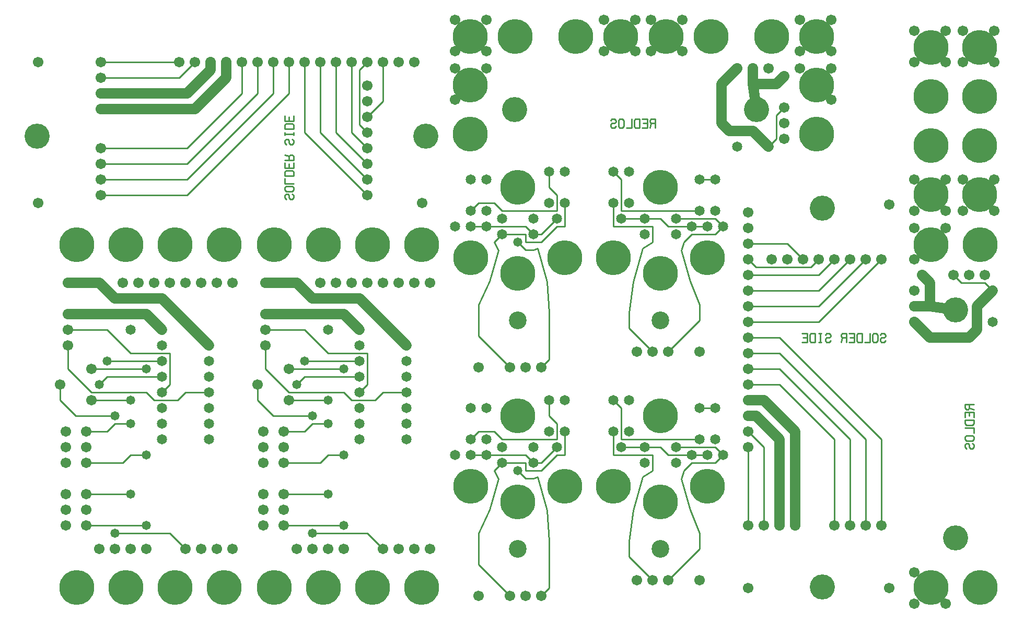
<source format=gbl>
%MOIN*%
%FSLAX25Y25*%
G04 D10 used for Character Trace; *
G04     Circle (OD=.01000) (No hole)*
G04 D11 used for Power Trace; *
G04     Circle (OD=.06700) (No hole)*
G04 D12 used for Signal Trace; *
G04     Circle (OD=.01100) (No hole)*
G04 D13 used for Via; *
G04     Circle (OD=.05800) (Round. Hole ID=.02800)*
G04 D14 used for Component hole; *
G04     Circle (OD=.06500) (Round. Hole ID=.03500)*
G04 D15 used for Component hole; *
G04     Circle (OD=.06700) (Round. Hole ID=.04300)*
G04 D16 used for Component hole; *
G04     Circle (OD=.08100) (Round. Hole ID=.05100)*
G04 D17 used for Component hole; *
G04     Circle (OD=.08900) (Round. Hole ID=.05900)*
G04 D18 used for Component hole; *
G04     Circle (OD=.11300) (Round. Hole ID=.08300)*
G04 D19 used for Component hole; *
G04     Circle (OD=.16000) (Round. Hole ID=.13000)*
G04 D20 used for Component hole; *
G04     Circle (OD=.18300) (Round. Hole ID=.15300)*
G04 D21 used for Component hole; *
G04     Circle (OD=.22291) (Round. Hole ID=.19291)*
%ADD10C,.01000*%
%ADD11C,.06700*%
%ADD12C,.01100*%
%ADD13C,.05800*%
%ADD14C,.06500*%
%ADD15C,.06700*%
%ADD16C,.08100*%
%ADD17C,.08900*%
%ADD18C,.11300*%
%ADD19C,.16000*%
%ADD20C,.18300*%
%ADD21C,.22291*%
%IPPOS*%
%LPD*%
G90*X4000Y0D02*D21*X39625Y15625D03*D15*           
X54000Y40000D03*X45500Y55000D03*D12*X84000D01*D13*
D03*D15*X74000Y40000D03*D12*X109000D02*           
X99000Y50000D01*D15*X109000Y40000D03*D12*         
X64000Y50000D02*X99000D01*D13*X64000D03*D15*      
Y40000D03*X45500Y65000D03*X84000Y40000D03*D13*    
X74000Y75000D03*D12*X45500D01*D15*D03*            
X32500Y65000D03*Y75000D03*Y55000D03*              
X45500Y95000D03*D12*X69000D01*X74000Y100000D01*   
X84000D01*D13*D03*D14*X94000Y110000D03*D12*       
X59000Y115000D02*X64000Y120000D01*                
X45500Y115000D02*X59000D01*D15*X45500D03*         
X32500Y105000D03*Y115000D03*X45500Y105000D03*D12* 
X39000Y125000D02*X64000D01*D13*D03*D12*Y120000D02*
X74000D01*D13*D03*D12*X89000Y135000D02*X104000D01*
X109000Y140000D01*X124000D01*D14*D03*Y150000D03*  
Y130000D03*Y160000D03*Y120000D03*D12*             
X99000Y145000D02*Y165000D01*X94000Y140000D02*     
X99000Y145000D01*D14*X94000Y140000D03*D12*        
X89000Y135000D02*X84000Y140000D01*X49000D01*      
X34000Y155000D01*Y170000D01*D15*D03*Y180000D03*   
D12*X59000D01*X74000Y165000D01*X99000D01*D14*     
X94000Y170000D03*Y160000D03*D12*X59000D01*D13*D03*
D12*X54000Y145000D02*X59000Y150000D01*D13*        
X54000Y145000D03*D12*X59000Y150000D02*X94000D01*  
D14*D03*D13*X84000Y155000D03*D12*X49000D01*D15*   
D03*D12*X39000Y125000D02*X29000Y135000D01*D15*    
X49000D03*D12*X74000D01*D13*D03*D14*              
X94000Y120000D03*Y130000D03*D15*X32500Y95000D03*  
D14*X94000Y180000D03*D11*X84000Y190000D01*        
X34000D01*D15*D03*D11*X64000Y200000D02*           
X54000Y210000D01*D13*X64000Y200000D03*D11*        
X94000D01*X124000Y170000D01*D14*D03*D15*          
X139000Y210000D03*X129000D03*X119000D03*          
X109000D03*X99000D03*X89000D03*X79000D03*D14*     
X74000Y180000D03*D15*X69000Y210000D03*D14*        
X124000Y110000D03*D21*X133375Y234375D03*          
X102125D03*X70875D03*D11*X34000Y210000D02*        
X54000D01*D15*X34000D03*D21*X39625Y234375D03*D15* 
X29000Y145000D03*D12*Y135000D01*D15*              
X119000Y40000D03*X129000D03*X139000D03*D21*       
X70875Y15625D03*X102125D03*X133375D03*G90*X0Y0D02*
D12*X165000Y125000D02*X155000Y135000D01*          
X165000Y125000D02*X190000D01*D13*D03*D12*         
X185000Y115000D02*X190000Y120000D01*              
X171500Y115000D02*X185000D01*D15*X171500D03*      
X158500Y105000D03*Y115000D03*X171500Y105000D03*   
X158500Y95000D03*X175000Y135000D03*D12*X200000D01*
D13*D03*D12*X215000D02*X210000Y140000D01*         
X215000Y135000D02*X230000D01*X235000Y140000D01*   
X250000D01*D14*D03*Y150000D03*Y130000D03*         
Y160000D03*Y120000D03*D12*X225000Y145000D02*      
Y165000D01*X220000Y140000D02*X225000Y145000D01*   
D14*X220000Y140000D03*Y150000D03*D12*X185000D01*  
X180000Y145000D01*D13*D03*D12*X175000Y140000D02*  
X210000D01*D14*X220000Y130000D03*D13*             
X210000Y155000D03*D12*X175000D01*D15*D03*D13*     
X185000Y160000D03*D12*X220000D01*D14*D03*D12*     
X200000Y165000D02*X225000D01*X200000D02*          
X185000Y180000D01*X160000D01*D15*D03*Y190000D03*  
D11*X210000D01*X220000Y180000D01*D14*D03*         
Y170000D03*D11*X250000D02*X220000Y200000D01*D14*  
X250000Y170000D03*D11*X190000Y200000D02*          
X220000D01*D13*X190000D03*D11*X180000Y210000D01*  
X160000D01*D15*D03*D21*X165625Y234375D03*D15*     
X195000Y210000D03*D21*X196875Y234375D03*D14*      
X200000Y180000D03*D15*X160000Y170000D03*D12*      
Y155000D01*X175000Y140000D01*D15*                 
X155000Y145000D03*D12*Y135000D01*                 
X190000Y120000D02*X200000D01*D13*D03*D14*         
X220000Y110000D03*Y120000D03*D12*X195000Y95000D02*
X200000Y100000D01*X171500Y95000D02*X195000D01*D15*
X171500D03*X158500Y75000D03*X171500D03*D12*       
X200000D01*D13*D03*X210000Y55000D03*D12*          
X171500D01*D15*D03*X158500Y65000D03*X171500D03*   
X158500Y55000D03*X180000Y40000D03*X190000D03*D13* 
Y50000D03*D12*X225000D01*X235000Y40000D01*D15*D03*
X245000D03*X255000D03*D21*X259375Y15625D03*       
X228125D03*D15*X210000Y40000D03*X265000D03*       
X200000D03*D21*X196875Y15625D03*D13*              
X210000Y100000D03*D12*X200000D01*D14*             
X250000Y110000D03*D21*X165625Y15625D03*D15*       
X265000Y210000D03*X255000D03*X245000D03*          
X235000D03*X225000D03*X215000D03*X205000D03*D21*  
X259375Y234375D03*X228125D03*G90*X3000Y0D02*D15*  
X468000Y15000D03*Y55000D03*D12*Y105000D01*D15*D03*
D12*X478000Y55000D02*Y105000D01*D15*Y55000D03*    
X488000D03*D11*Y75000D01*D14*D03*D11*Y110000D01*  
X473000Y125000D01*X468000D01*D15*D03*D11*         
X498000Y115000D02*X478000Y135000D01*              
X498000Y75000D02*Y115000D01*D14*Y75000D03*D11*    
Y55000D01*D15*D03*X523000D03*D12*Y110000D01*      
X488000Y145000D01*X468000D01*D15*D03*D11*         
Y135000D02*X478000D01*D15*X468000D03*D12*         
X533000Y110000D02*X488000Y155000D01*              
X533000Y55000D02*Y110000D01*D15*Y55000D03*        
X543000D03*D12*Y110000D01*X488000Y165000D01*      
X468000D01*D15*D03*Y175000D03*D12*X488000D01*     
X553000Y110000D01*Y55000D01*D15*D03*D19*          
X515300Y15900D03*D15*X558000Y15000D03*D12*        
X478000Y105000D02*X468000Y115000D01*D15*D03*D12*  
Y155000D02*X488000D01*D15*X468000D03*Y185000D03*  
D12*X513000D01*X553000Y225000D01*D15*D03*         
X543000D03*D12*X513000Y195000D01*X468000D01*D15*  
D03*Y205000D03*D12*X513000D01*X533000Y225000D01*  
D15*D03*X523000D03*D12*X513000Y215000D01*         
X468000D01*D15*D03*D12*X473000Y220000D02*         
X508000D01*X513000Y225000D01*D15*D03*X503000D03*  
D12*X493000Y235000D01*X468000D01*D15*D03*         
Y245000D03*Y225000D03*D12*X473000Y220000D01*D15*  
X483000Y225000D03*X493000D03*X468000Y255000D03*   
D19*X515300Y257900D03*D10*X552163Y176914D02*      
X553000Y177871D01*X554674D01*X555511Y176914D01*   
Y175957D01*X554674Y175000D01*X553000D01*          
X552163Y174043D01*Y173086D01*X553000Y172129D01*   
X554674D01*X555511Y173086D01*X547163D02*          
X548000Y172129D01*X549674D01*X550511Y173086D01*   
Y176914D01*X549674Y177871D01*X548000D01*          
X547163Y176914D01*Y173086D01*X545511Y177871D02*   
Y172129D01*X542163D01*X540511D02*Y177871D01*      
X538000D01*X537163Y176914D01*Y173086D01*          
X538000Y172129D01*X540511D01*X532163D02*          
X535511D01*Y177871D01*X532163D01*                 
X535511Y175000D02*X533000D01*X530511Y172129D02*   
Y177871D01*X528000D01*X527163Y176914D01*          
Y175957D01*X528000Y175000D01*X530511D01*          
X528000D02*X527163Y172129D01*X517163Y176914D02*   
X518000Y177871D01*X519674D01*X520511Y176914D01*   
Y175957D01*X519674Y175000D01*X518000D01*          
X517163Y174043D01*Y173086D01*X518000Y172129D01*   
X519674D01*X520511Y173086D01*X513837Y172129D02*   
Y177871D01*X514674Y172129D02*X513000D01*          
X514674Y177871D02*X513000D01*X510511Y172129D02*   
Y177871D01*X508000D01*X507163Y176914D01*          
Y173086D01*X508000Y172129D01*X510511D01*          
X502163D02*X505511D01*Y177871D01*X502163D01*      
X505511Y175000D02*X503000D01*D15*                 
X558000Y260000D03*G90*X1000Y2000D02*D21*          
X290375Y305125D03*D19*X318800Y320750D03*D15*      
X281000Y327000D03*D21*X290375Y336375D03*D15*      
X301000Y347000D03*X281000D03*D10*                 
X380163Y313914D02*X381000Y314871D01*X382674D01*   
X383511Y313914D01*Y312957D01*X382674Y312000D01*   
X381000D01*X380163Y311043D01*Y310086D01*          
X381000Y309129D01*X382674D01*X383511Y310086D01*   
X385163D02*X386000Y309129D01*X387674D01*          
X388511Y310086D01*Y313914D01*X387674Y314871D01*   
X386000D01*X385163Y313914D01*Y310086D01*          
X393511Y314871D02*Y309129D01*X390163D01*          
X398511D02*Y314871D01*X396000D01*                 
X395163Y313914D01*Y310086D01*X396000Y309129D01*   
X398511D01*X400163D02*X403511D01*Y314871D01*      
X400163D01*X403511Y312000D02*X401000D01*          
X408511Y309129D02*Y314871D01*X406000D01*          
X405163Y313914D01*Y312957D01*X406000Y312000D01*   
X408511D01*X406000D02*X405163Y309129D01*D11*      
X451000Y337000D02*Y312000D01*Y337000D02*          
X461000Y347000D01*D15*D03*D11*X471000D02*         
Y337000D01*D15*Y347000D03*X481000D03*D11*         
X471000Y337000D02*X473200Y320750D01*D19*D03*D11*  
X471000Y337000D02*X486000D01*X491000Y342000D01*   
D15*D03*X501000Y347000D03*D21*X511625Y336375D03*  
D15*X491000Y322000D03*D12*X486000Y317000D01*      
Y302000D01*X481000Y297000D01*D14*D03*D11*         
X471000Y307000D01*X456000D01*X451000Y312000D01*   
D14*X461000Y297000D03*D15*X491000Y302000D03*      
Y312000D03*D21*X511625Y305125D03*D15*             
X521000Y327000D03*Y347000D03*G90*X1000Y0D02*D14*  
X281000Y100000D03*D21*X291000Y80000D03*D14*       
Y100000D03*D12*X301000D01*D14*D03*D12*X326000D01* 
X331000Y95000D01*D14*D03*D12*X336000D01*          
X346000Y105000D01*D14*D03*D12*Y100000D02*         
X351000D01*X336000Y90000D02*X346000Y100000D01*    
X326000Y90000D02*X336000D01*X326000D02*Y95000D01* 
X311000D01*D14*D03*D12*X306000Y90000D01*D14*      
X311000Y105000D03*D13*X321000Y90000D03*D12*       
X326000Y85000D01*X331000D01*D21*X321000Y70000D03* 
X351000Y80000D03*D14*X331000Y105000D03*D12*       
X351000Y100000D02*Y115000D01*D14*D03*D12*         
X346000Y110000D02*Y120000D01*X311000Y110000D02*   
X346000D01*X311000D02*X306000Y115000D01*          
X296000D01*X291000Y110000D01*D14*D03*X301000D03*  
Y130000D03*X291000D03*D21*X321000Y125000D03*D14*  
X341000Y115000D03*D12*X346000Y120000D02*          
X341000Y125000D01*Y135000D01*D14*D03*X351000D03*  
D12*X296000Y30000D02*Y50000D01*X316000Y10000D02*  
X296000Y30000D01*D15*X316000Y10000D03*X326000D03* 
X336000D03*D12*X341000Y15000D01*Y45000D01*D18*    
X321000Y40000D03*D15*X296000Y10000D03*D10*        
X333466Y86000D02*X339533Y64800D01*                
X331000Y85000D02*X333466Y86000D01*                
X341000Y45000D02*X339533Y64800D01*                
X303016Y65266D02*X308683Y84933D01*                
X296000Y50000D02*X303016Y65266D01*                
X306000Y90000D02*X308683Y84933D01*G90*X2000Y0D02* 
D21*X382000Y80000D03*D12*Y100000D02*X407000D01*   
Y90000D01*D14*X402000Y95000D03*D12*               
X417000Y100000D02*X432000D01*D14*D03*D12*         
X442000D01*D14*D03*D12*X432000Y95000D02*          
X447000D01*X427000Y90000D02*X432000Y95000D01*D14* 
X422000D03*D12*X417000Y100000D02*                 
X412000Y105000D01*X402000D01*D14*D03*D12*         
X387000D01*D14*D03*D12*X382000Y100000D02*         
Y115000D01*D14*D03*D12*X387000Y110000D02*         
X437000D01*D14*D03*D12*X452000Y100000D02*         
X447000Y105000D01*D14*X452000Y100000D03*D12*      
X447000Y95000D01*X422000Y105000D02*X447000D01*D14*
X422000D03*D21*X412000Y125000D03*D14*             
X447000Y130000D03*D12*X437000D01*D14*D03*         
X447000Y110000D03*X392000Y135000D03*Y115000D03*   
D12*X387000Y110000D02*Y130000D01*                 
X382000Y135000D01*D14*D03*D21*X442000Y80000D03*   
X412000Y70000D03*D12*X437000Y40000D02*Y50000D01*  
X417000Y20000D02*X437000Y40000D01*D15*            
X417000Y20000D03*X407000D03*D12*X392000Y35000D01* 
Y45000D01*D18*X412000Y40000D03*D15*               
X397000Y20000D03*X437000D03*D10*X394466Y64800D02* 
X400533Y86000D01*X392000Y45000D02*                
X394466Y64800D01*X407000Y90000D02*                
X400533Y86000D01*X425316Y84933D02*                
X430983Y65266D01*X427000Y90000D02*                
X425316Y84933D01*X437000Y50000D02*                
X430983Y65266D01*G90*X1000Y1000D02*D14*           
X281000Y246000D03*D21*X291000Y226000D03*D14*      
Y246000D03*D12*X301000D01*D14*D03*D12*X326000D01* 
X331000Y241000D01*D14*D03*D12*X336000D01*         
X346000Y251000D01*D14*D03*D12*Y246000D02*         
X351000D01*X336000Y236000D02*X346000Y246000D01*   
X326000Y236000D02*X336000D01*X326000D02*          
Y241000D01*X311000D01*D14*D03*D12*                
X306000Y236000D01*D14*X311000Y251000D03*D13*      
X321000Y236000D03*D12*X326000Y231000D01*          
X331000D01*D21*X321000Y216000D03*                 
X351000Y226000D03*D14*X331000Y251000D03*D12*      
X351000Y246000D02*Y261000D01*D14*D03*D12*         
X346000Y256000D02*Y266000D01*X311000Y256000D02*   
X346000D01*X311000D02*X306000Y261000D01*          
X296000D01*X291000Y256000D01*D14*D03*X301000D03*  
Y276000D03*X291000D03*D21*X321000Y271000D03*D14*  
X341000Y261000D03*D12*X346000Y266000D02*          
X341000Y271000D01*Y281000D01*D14*D03*X351000D03*  
D12*X296000Y176000D02*Y196000D01*                 
X316000Y156000D02*X296000Y176000D01*D15*          
X316000Y156000D03*X326000D03*X336000D03*D12*      
X341000Y161000D01*Y191000D01*D18*                 
X321000Y186000D03*D15*X296000Y156000D03*D10*      
X333466Y232000D02*X339533Y210800D01*              
X331000Y231000D02*X333466Y232000D01*              
X341000Y191000D02*X339533Y210800D01*              
X303016Y211266D02*X308683Y230933D01*              
X296000Y196000D02*X303016Y211266D01*              
X306000Y236000D02*X308683Y230933D01*G90*          
X2000Y1000D02*D21*X382000Y226000D03*D12*          
Y246000D02*X407000D01*Y236000D01*D14*             
X402000Y241000D03*D12*X417000Y246000D02*          
X432000D01*D14*D03*D12*X442000D01*D14*D03*D12*    
X432000Y241000D02*X447000D01*X427000Y236000D02*   
X432000Y241000D01*D14*X422000D03*D12*             
X417000Y246000D02*X412000Y251000D01*X402000D01*   
D14*D03*D12*X387000D01*D14*D03*D12*               
X382000Y246000D02*Y261000D01*D14*D03*D12*         
X387000Y256000D02*X437000D01*D14*D03*D12*         
X452000Y246000D02*X447000Y251000D01*D14*          
X452000Y246000D03*D12*X447000Y241000D01*          
X422000Y251000D02*X447000D01*D14*X422000D03*D21*  
X412000Y271000D03*D14*X447000Y276000D03*D12*      
X437000D01*D14*D03*X447000Y256000D03*             
X392000Y281000D03*Y261000D03*D12*                 
X387000Y256000D02*Y276000D01*X382000Y281000D01*   
D14*D03*D21*X442000Y226000D03*X412000Y216000D03*  
D12*X437000Y186000D02*Y196000D01*                 
X417000Y166000D02*X437000Y186000D01*D15*          
X417000Y166000D03*X407000D03*D12*                 
X392000Y181000D01*Y191000D01*D18*                 
X412000Y186000D03*D15*X397000Y166000D03*          
X437000D03*D10*X394466Y210800D02*                 
X400533Y232000D01*X392000Y191000D02*              
X394466Y210800D01*X407000Y236000D02*              
X400533Y232000D01*X425316Y230933D02*              
X430983Y211266D01*X427000Y236000D02*              
X425316Y230933D01*X437000Y196000D02*              
X430983Y211266D01*G90*X0Y1000D02*D15*             
X260000Y261000D03*X15000D03*X225000Y266000D03*D12*
X185000Y306000D01*Y351000D01*D15*D03*X195000D03*  
D12*Y306000D01*X225000Y276000D01*D15*D03*         
Y286000D03*D12*X205000Y306000D01*Y351000D01*D15*  
D03*X215000D03*D12*Y306000D01*X225000Y296000D01*  
D15*D03*Y306000D03*D12*X220000Y311000D01*         
Y346000D01*X225000Y351000D01*D15*D03*X235000D03*  
D12*Y326000D01*X225000Y316000D01*D15*D03*         
Y326000D03*Y336000D03*X255000Y351000D03*          
X245000D03*D19*X262100Y303700D03*D10*             
X176914Y266837D02*X177871Y266000D01*Y264326D01*   
X176914Y263489D01*X175957D01*X175000Y264326D01*   
Y266000D01*X174043Y266837D01*X173086D01*          
X172129Y266000D01*Y264326D01*X173086Y263489D01*   
D15*X175000Y351000D03*D12*Y331000D01*             
X110000Y266000D01*X55000D01*D15*D03*Y276000D03*   
D12*X110000D01*X165000Y331000D01*Y351000D01*D15*  
D03*X155000D03*D12*Y331000D01*X110000Y286000D01*  
X55000D01*D15*D03*Y296000D03*D12*X110000D01*      
X145000Y331000D01*Y351000D01*D15*D03*D11*         
X115000Y321000D02*X135000Y341000D01*              
X75000Y321000D02*X115000D01*D14*X75000D03*D11*    
X55000D01*D15*D03*Y331000D03*D11*X75000D01*D14*   
D03*D11*X110000D01*X125000Y346000D01*Y351000D01*  
D15*D03*D11*X135000D02*Y341000D01*D15*Y351000D03* 
X115000D03*D12*X105000Y341000D01*X55000D01*D15*   
D03*Y351000D03*D12*X105000D01*D15*D03*D10*        
X172129Y278489D02*X177871D01*Y281000D01*          
X176914Y281837D01*X173086D01*X172129Y281000D01*   
Y278489D01*Y286837D02*Y283489D01*X177871D01*      
Y286837D01*X175000Y283489D02*Y286000D01*          
X172129Y288489D02*X177871D01*Y291000D01*          
X176914Y291837D01*X175957D01*X175000Y291000D01*   
Y288489D01*Y291000D02*X172129Y291837D01*          
X176914Y301837D02*X177871Y301000D01*Y299326D01*   
X176914Y298489D01*X175957D01*X175000Y299326D01*   
Y301000D01*X174043Y301837D01*X173086D01*          
X172129Y301000D01*Y299326D01*X173086Y298489D01*   
X172129Y305163D02*X177871D01*X172129Y304326D02*   
Y306000D01*X177871Y304326D02*Y306000D01*          
X172129Y308489D02*X177871D01*Y311000D01*          
X176914Y311837D01*X173086D01*X172129Y311000D01*   
Y308489D01*Y316837D02*Y313489D01*X177871D01*      
Y316837D01*X175000Y313489D02*Y316000D01*          
X177871Y273489D02*X172129D01*Y276837D01*          
X173086Y271837D02*X172129Y271000D01*Y269326D01*   
X173086Y268489D01*X176914D01*X177871Y269326D01*   
Y271000D01*X176914Y271837D01*X173086D01*D15*      
X15000Y351000D03*D19*X14100Y303700D03*G90*        
X4000Y0D02*D15*X574000Y5000D03*Y25000D03*         
Y185000D03*D11*X584000Y175000D01*X609000D01*      
X614000Y180000D01*Y195000D01*X624000Y205000D01*   
D14*D03*D12*X619000Y210000D01*X604000D01*         
X599000Y215000D01*D15*D03*X609000D03*D11*         
X584000Y195000D02*Y210000D01*X574000Y195000D02*   
X584000D01*D15*X574000D03*D11*X584000D02*         
X600250Y192800D01*D19*D03*D11*X584000Y210000D02*  
X579000Y215000D01*D15*D03*X574000Y205000D03*      
Y225000D03*D21*X584625Y234375D03*D15*             
X594000Y245000D03*X574000D03*D21*                 
X615875Y234375D03*D15*X619000Y215000D03*D14*      
X624000Y185000D03*D10*X611871Y132511D02*          
X606129D01*Y130000D01*X607086Y129163D01*          
X608043D01*X609000Y130000D01*Y132511D01*          
Y130000D02*X611871Y129163D01*Y124163D02*          
Y127511D01*X606129D01*Y124163D01*                 
X609000Y127511D02*Y125000D01*X611871Y122511D02*   
X606129D01*Y120000D01*X607086Y119163D01*          
X610914D01*X611871Y120000D01*Y122511D01*          
X606129Y117511D02*X611871D01*Y114163D01*          
X610914Y109163D02*X611871Y110000D01*Y111674D01*   
X610914Y112511D01*X607086D01*X606129Y111674D01*   
Y110000D01*X607086Y109163D01*X610914D01*          
X607086Y104163D02*X606129Y105000D01*Y106674D01*   
X607086Y107511D01*X608043D01*X609000Y106674D01*   
Y105000D01*X609957Y104163D01*X610914D01*          
X611871Y105000D01*Y106674D01*X610914Y107511D01*   
D19*X600250Y47200D03*D21*X584625Y15625D03*        
X615875D03*D15*X594000Y5000D03*G90*X4000Y1000D02* 
X574000Y256000D03*Y276000D03*Y351000D03*          
Y371000D03*D21*X584625Y266625D03*Y297875D03*      
Y329125D03*Y360375D03*D15*X594000Y256000D03*      
Y276000D03*Y351000D03*Y371000D03*G90*X0Y1000D02*  
X605000Y256000D03*Y276000D03*Y351000D03*          
Y371000D03*D21*X615625Y266625D03*Y297875D03*      
Y329125D03*Y360375D03*D15*X625000Y256000D03*      
Y276000D03*Y351000D03*Y371000D03*G90*             
X1000Y3000D02*X301000Y358000D03*X281000D03*D21*   
X357875Y367375D03*X319125D03*X290375D03*D15*      
X376000Y378000D03*X301000D03*X281000D03*          
X376000Y358000D03*D21*X386625Y367375D03*D15*      
X396000Y358000D03*Y378000D03*X406000Y358000D03*   
Y378000D03*D21*X415375Y367375D03*D15*             
X426000Y358000D03*Y378000D03*D21*                 
X444125Y367375D03*X482875D03*D15*                 
X501000Y358000D03*Y378000D03*D21*                 
X511625Y367375D03*D15*X521000Y358000D03*          
Y378000D03*M02*                                   

</source>
